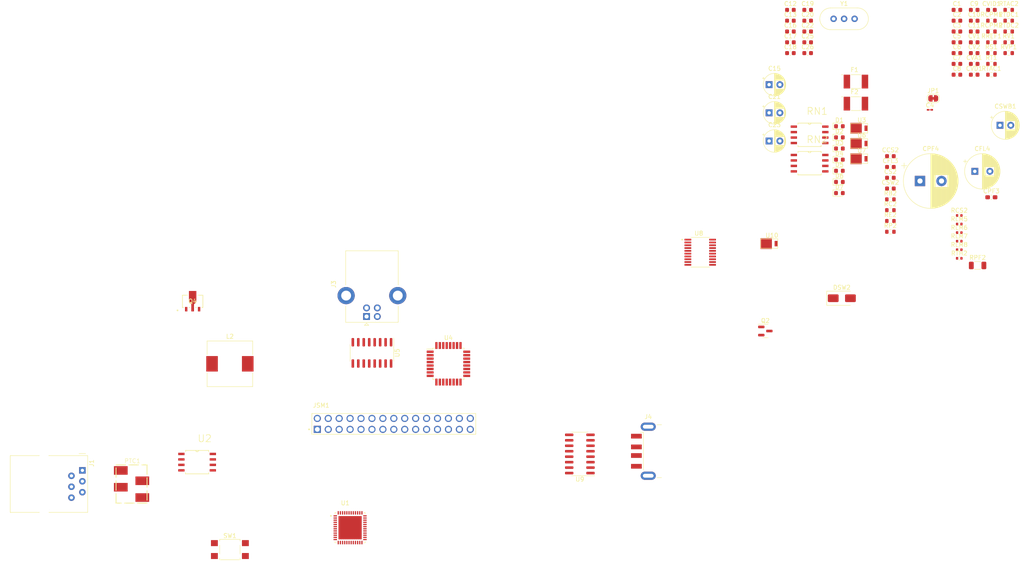
<source format=kicad_pcb>
(kicad_pcb (version 20221018) (generator pcbnew)
  (layers (0 "F.Cu" signal) (31 "B.Cu" signal) (34 "B.Paste" user) (35 "F.Paste" user) (36 "B.SilkS" user "B.Silkscreen") (37 "F.SilkS" user "F.Silkscreen") (38 "B.Mask" user) (39 "F.Mask" user) (44 "Edge.Cuts" user))
  (net 0 "")
  (net 1 "AGND")
  (net 2 "Net-(C2-Pad2)")
  (net 3 "Net-(C3-Pad2)")
  (net 4 "Net-(C4-Pad2)")
  (net 5 "VBAT")
  (net 6 "DGND")
  (net 7 "+3.3VA")
  (net 8 "Net-(U5-~{DTR})")
  (net 9 "/arduino_controller/RESET*")
  (net 10 "+5VL")
  (net 11 "Net-(U4-AREF)")
  (net 12 "+5V")
  (net 13 "+5VP")
  (net 14 "Net-(U9-~{DTR})")
  (net 15 "+3.3VP")
  (net 16 "SWISY")
  (net 17 "VBSENSE")
  (net 18 "Net-(CS2-Pad1)")
  (net 19 "SWOUTY")
  (net 20 "3.3V")
  (net 21 "Net-(D1-A)")
  (net 22 "Net-(D2-K)")
  (net 23 "Net-(D2-A)")
  (net 24 "Net-(D3-K)")
  (net 25 "Net-(D3-A)")
  (net 26 "PD4")
  (net 27 "Net-(D4-A)")
  (net 28 "Net-(D5-A)")
  (net 29 "PD5")
  (net 30 "Net-(D6-A)")
  (net 31 "Net-(D7-A)")
  (net 32 "Net-(DSW2-Pad1)")
  (net 33 "Net-(J3-VBUS)")
  (net 34 "Net-(J4-VBUS)")
  (net 35 "Net-(J1-Pad1)")
  (net 36 "Net-(J1-Pad2)")
  (net 37 "Net-(J3-D-)")
  (net 38 "Net-(J3-D+)")
  (net 39 "Net-(J4-D-)")
  (net 40 "Net-(J4-D+)")
  (net 41 "FS_5")
  (net 42 "DCLK_5")
  (net 43 "DXA_5")
  (net 44 "CS_N_5")
  (net 45 "DRA_5")
  (net 46 "DIN_5")
  (net 47 "PCLK_5")
  (net 48 "DOUT_5")
  (net 49 "PC0")
  (net 51 "PC1")
  (net 52 "PD2")
  (net 53 "ADC6")
  (net 54 "PD6")
  (net 55 "ADC7")
  (net 56 "PD7")
  (net 57 "Net-(L2-Pad2)")
  (net 59 "Net-(Q2-E)")
  (net 60 "Net-(Q2-C)")
  (net 61 "PB0")
  (net 62 "/arduino_controller/RUN")
  (net 63 "FS")
  (net 64 "DXA")
  (net 65 "DRA")
  (net 66 "PCLK")
  (net 67 "INT_N")
  (net 68 "DCLK")
  (net 69 "DIN")
  (net 70 "DOUT")
  (net 71 "CS_N")
  (net 72 "Net-(U4-XTAL1{slash}PB6)")
  (net 73 "Net-(U4-XTAL2{slash}PB7)")
  (net 90 "Net-(U2-G)")
  (net 91 "Net-(U1A-SWVSY)")
  (net 92 "Net-(U1A-TIPD1)")
  (net 93 "Net-(U1A-RINGD1)")
  (net 94 "Net-(U1B-DVDD1V2)")
  (net 95 "Net-(U1A-IHL1)")
  (net 96 "Net-(U1B-VREF)")
  (net 97 "Net-(U1A-LFC)")
  (net 98 "Net-(U1A-SWCMPY)")
  (net 99 "Net-(U1A-IREF)")
  (net 100 "Net-(U1A-I{slash}O1{slash}VS1)")
  (net 101 "Net-(U1A-RSN1)")
  (net 102 "Net-(U1A-RTV1)")
  (net 103 "Net-(U1A-RAC1)")
  (net 104 "Net-(U1A-TAC1)")
  (net 105 "Net-(U1A-RDC1)")
  (net 106 "Net-(U1A-TDC1)")
  (footprint "Capacitor_SMD:C_0603_1608Metric" (layer "F.Cu") (at 262.9775 19.34)
    (fp_text reference "C1" (at 0 -1.43) (layer "F.SilkS"))
    (fp_text value "0.1 uF/100V")
    (pad "1" smd roundrect (at -0.775 0) (size 0.9 0.95) (layers "F.Cu" "F.Paste" "F.Mask") (net 90 "Net-(U2-G)"))
    (pad "2" smd roundrect (at 0.775 0) (size 0.9 0.95) (layers "F.Cu" "F.Paste" "F.Mask") (net 1 "AGND"))
  )
  (footprint "Capacitor_SMD:C_0603_1608Metric" (layer "F.Cu") (at 228.2775 29.38)
    (fp_text reference "C26" (at 0 -1.43) (layer "F.SilkS"))
    (fp_text value "0.1uF")
    (pad "1" smd roundrect (at -0.775 0) (size 0.9 0.95) (layers "F.Cu" "F.Paste" "F.Mask") (net 6 "DGND"))
    (pad "2" smd roundrect (at 0.775 0) (size 0.9 0.95) (layers "F.Cu" "F.Paste" "F.Mask") (net 15 "+3.3VP"))
  )
  (footprint "my_lib:SOIC127P780X210-8N" (layer "F.Cu") (at 86.36 124.46)
    (fp_text reference "U2" (at 1.75467 -5.49289) (layer "F.SilkS") (effects (font (size 1.641937 1.641937))))
    (fp_text value "TISP61089BDR-S")
    (pad "1" smd rect (at -3.6576 -1.905) (size 1.4732 0.5588) (layers "F.Cu" "F.Paste" "F.Mask") (net 93 "Net-(U1A-RINGD1)"))
    (pad "2" smd rect (at -3.6576 -0.635) (size 1.4732 0.5588) (layers "F.Cu" "F.Paste" "F.Mask") (net 90 "Net-(U2-G)"))
    (pad "3" smd rect (at -3.6576 0.635) (size 1.4732 0.5588) (layers "F.Cu" "F.Paste" "F.Mask"))
    (pad "4" smd rect (at -3.6576 1.905) (size 1.4732 0.5588) (layers "F.Cu" "F.Paste" "F.Mask") (net 92 "Net-(U1A-TIPD1)"))
    (pad "5" smd rect (at 3.6576 1.905) (size 1.4732 0.5588) (layers "F.Cu" "F.Paste" "F.Mask") (net 92 "Net-(U1A-TIPD1)"))
    (pad "6" smd rect (at 3.6576 0.635) (size 1.4732 0.5588) (layers "F.Cu" "F.Paste" "F.Mask") (net 1 "AGND"))
    (pad "7" smd rect (at 3.6576 -0.635) (size 1.4732 0.5588) (layers "F.Cu" "F.Paste" "F.Mask") (net 1 "AGND"))
    (pad "8" smd rect (at 3.6576 -1.905) (size 1.4732 0.5588) (layers "F.Cu" "F.Paste" "F.Mask") (net 93 "Net-(U1A-RINGD1)"))
  )
  (footprint "my_lib:DO220AAL" (layer "F.Cu") (at 219.33 73.66)
    (fp_text reference "U10" (at 0.635125 -1.905375) (layer "F.SilkS") (effects (font (size 1.000197 1.000197))))
    (fp_text value "SS1P3L")
    (pad "P$1" smd rect (at -0.7 0 90) (size 2.54 2.667) (layers "F.Cu" "F.Paste" "F.Mask") (net 20 "3.3V"))
    (pad "P$2" smd rect (at 1.65 0 180) (size 0.762 1.27) (layers "F.Cu" "F.Paste" "F.Mask") (net 15 "+3.3VP"))
  )
  (footprint "Capacitor_SMD:C_0603_1608Metric" (layer "F.Cu") (at 262.9775 29.38)
    (fp_text reference "C6" (at 0 -1.43) (layer "F.SilkS"))
    (fp_text value "22 nF/100V")
    (pad "1" smd roundrect (at -0.775 0) (size 0.9 0.95) (layers "F.Cu" "F.Paste" "F.Mask") (net 1 "AGND"))
    (pad "2" smd roundrect (at 0.775 0) (size 0.9 0.95) (layers "F.Cu" "F.Paste" "F.Mask") (net 92 "Net-(U1A-TIPD1)"))
  )
  (footprint "Resistor_SMD:R_0402_1005Metric" (layer "F.Cu") (at 263.5175 71.11)
    (fp_text reference "RLM6" (at 0 -1.17) (layer "F.SilkS"))
    (fp_text value "1R0 1/16W")
    (pad "1" smd roundrect (at -0.51 0) (size 0.54 0.64) (layers "F.Cu" "F.Paste" "F.Mask") (net 57 "Net-(L2-Pad2)"))
    (pad "2" smd roundrect (at 0.51 0) (size 0.54 0.64) (layers "F.Cu" "F.Paste" "F.Mask") (net 6 "DGND"))
  )
  (footprint "Package_SO:SOIC-16_3.9x9.9mm_P1.27mm" (layer "F.Cu") (at 175.325 122.555 180)
    (fp_text reference "U9" (at 0 -5.9) (layer "F.SilkS"))
    (fp_text value "CH340C")
    (pad "1" smd roundrect (at -2.475 -4.445 180) (size 1.95 0.6) (layers "F.Cu" "F.Paste" "F.Mask") (net 6 "DGND"))
    (pad "2" smd roundrect (at -2.475 -3.175 180) (size 1.95 0.6) (layers "F.Cu" "F.Paste" "F.Mask") (net 29 "PD5"))
    (pad "3" smd roundrect (at -2.475 -1.905 180) (size 1.95 0.6) (layers "F.Cu" "F.Paste" "F.Mask") (net 26 "PD4"))
    (pad "4" smd roundrect (at -2.475 -0.635 180) (size 1.95 0.6) (layers "F.Cu" "F.Paste" "F.Mask") (net 15 "+3.3VP"))
    (pad "5" smd roundrect (at -2.475 0.635 180) (size 1.95 0.6) (layers "F.Cu" "F.Paste" "F.Mask") (net 40 "Net-(J4-D+)"))
    (pad "6" smd roundrect (at -2.475 1.905 180) (size 1.95 0.6) (layers "F.Cu" "F.Paste" "F.Mask") (net 39 "Net-(J4-D-)"))
    (pad "7" smd roundrect (at -2.475 3.175 180) (size 1.95 0.6) (layers "F.Cu" "F.Paste" "F.Mask"))
    (pad "8" smd roundrect (at -2.475 4.445 180) (size 1.95 0.6) (layers "F.Cu" "F.Paste" "F.Mask"))
    (pad "9" smd roundrect (at 2.475 4.445 180) (size 1.95 0.6) (layers "F.Cu" "F.Paste" "F.Mask"))
    (pad "10" smd roundrect (at 2.475 3.175 180) (size 1.95 0.6) (layers "F.Cu" "F.Paste" "F.Mask"))
    (pad "11" smd roundrect (at 2.475 1.905 180) (size 1.95 0.6) (layers "F.Cu" "F.Paste" "F.Mask"))
    (pad "12" smd roundrect (at 2.475 0.635 180) (size 1.95 0.6) (layers "F.Cu" "F.Paste" "F.Mask"))
    (pad "13" smd roundrect (at 2.475 -0.635 180) (size 1.95 0.6) (layers "F.Cu" "F.Paste" "F.Mask") (net 14 "Net-(U9-~{DTR})"))
    (pad "14" smd roundrect (at 2.475 -1.905 180) (size 1.95 0.6) (layers "F.Cu" "F.Paste" "F.Mask"))
    (pad "15" smd roundrect (at 2.475 -3.175 180) (size 1.95 0.6) (layers "F.Cu" "F.Paste" "F.Mask"))
    (pad "16" smd roundrect (at 2.475 -4.445 180) (size 1.95 0.6) (layers "F.Cu" "F.Paste" "F.Mask") (net 12 "+5V"))
  )
  (footprint "Connector_RJ:RJ12_Amphenol_54601" (layer "F.Cu") (at 59.69 126.37 -90)
    (fp_text reference "J1" (at -1.67 -2.16 90) (layer "F.SilkS"))
    (fp_text value "6P2C")
    (pad "" np_thru_hole circle (at -1.91 8.89 270) (size 3.25 3.25) (drill 3.25) (layers "*.Cu" "*.Mask"))
    (pad "" np_thru_hole circle (at 8.25 8.89 270) (size 3.25 3.25) (drill 3.25) (layers "*.Cu" "*.Mask"))
    (pad "1" thru_hole rect (at 0 0 270) (size 1.52 1.52) (drill 0.76) (layers "*.Cu" "*.Mask") (net 35 "Net-(J1-Pad1)"))
    (pad "2" thru_hole circle (at 1.27 2.54 270) (size 1.52 1.52) (drill 0.76) (layers "*.Cu" "*.Mask") (net 36 "Net-(J1-Pad2)"))
    (pad "3" thru_hole circle (at 2.54 0 270) (size 1.52 1.52) (drill 0.76) (layers "*.Cu" "*.Mask"))
    (pad "4" thru_hole circle (at 3.81 2.54 270) (size 1.52 1.52) (drill 0.76) (layers "*.Cu" "*.Mask"))
    (pad "5" thru_hole circle (at 5.08 0 270) (size 1.52 1.52) (drill 0.76) (layers "*.Cu" "*.Mask"))
    (pad "6" thru_hole circle (at 6.35 2.54 270) (size 1.52 1.52) (drill 0.76) (layers "*.Cu" "*.Mask"))
  )
  (footprint "Capacitor_SMD:C_0603_1608Metric" (layer "F.Cu") (at 262.9775 24.36)
    (fp_text reference "C3" (at 0 -1.43) (layer "F.SilkS"))
    (fp_text value "22 nF/100V")
    (pad "1" smd roundrect (at -0.775 0) (size 0.9 0.95) (layers "F.Cu" "F.Paste" "F.Mask") (net 92 "Net-(U1A-TIPD1)"))
    (pad "2" smd roundrect (at 0.775 0) (size 0.9 0.95) (layers "F.Cu" "F.Paste" "F.Mask") (net 3 "Net-(C3-Pad2)"))
  )
  (footprint "Resistor_SMD:R_0603_1608Metric" (layer "F.Cu") (at 270.9975 24.36)
    (fp_text reference "RCPM2" (at 0 -1.43) (layer "F.SilkS"))
    (fp_text value "1Meg 1%")
    (pad "1" smd roundrect (at -0.825 0) (size 0.8 0.95) (layers "F.Cu" "F.Paste" "F.Mask") (net 2 "Net-(C2-Pad2)"))
    (pad "2" smd roundrect (at 0.825 0) (size 0.8 0.95) (layers "F.Cu" "F.Paste" "F.Mask") (net 98 "Net-(U1A-SWCMPY)"))
  )
  (footprint "Resistor_SMD:R_0603_1608Metric" (layer "F.Cu") (at 270.9975 21.85)
    (fp_text reference "RCPM1" (at 0 -1.43) (layer "F.SilkS"))
    (fp_text value "1Meg 1%")
    (pad "1" smd roundrect (at -0.825 0) (size 0.8 0.95) (layers "F.Cu" "F.Paste" "F.Mask") (net 17 "VBSENSE"))
    (pad "2" smd roundrect (at 0.825 0) (size 0.8 0.95) (layers "F.Cu" "F.Paste" "F.Mask") (net 91 "Net-(U1A-SWVSY)"))
  )
  (footprint "Capacitor_SMD:C_0603_1608Metric" (layer "F.Cu") (at 224.2675 26.87)
    (fp_text reference "C17" (at 0 -1.43) (layer "F.SilkS"))
    (fp_text value "100nF")
    (pad "1" smd roundrect (at -0.775 0) (size 0.9 0.95) (layers "F.Cu" "F.Paste" "F.Mask") (net 6 "DGND"))
    (pad "2" smd roundrect (at 0.775 0) (size 0.9 0.95) (layers "F.Cu" "F.Paste" "F.Mask") (net 11 "Net-(U4-AREF)"))
  )
  (footprint "Inductor_SMD:L_10.4x10.4_H4.8" (layer "F.Cu") (at 93.98 101.6)
    (fp_text reference "L2" (at 0 -6.35) (layer "F.SilkS"))
    (fp_text value "47uH 1.5A")
    (pad "1" smd rect (at -4.15 0) (size 2.7 3.6) (layers "F.Cu" "F.Paste" "F.Mask") (net 32 "Net-(DSW2-Pad1)"))
    (pad "2" smd rect (at 4.15 0) (size 2.7 3.6) (layers "F.Cu" "F.Paste" "F.Mask") (net 57 "Net-(L2-Pad2)"))
  )
  (footprint "my_lib:ptc-4-mf-sd" (layer "F.Cu") (at 73.62 132.69)
    (fp_text reference "PTC1" (at -2.3 -8.5 unlocked) (layer "F.SilkS") (effects (font (thickness 0.1))))
    (fp_text value "MF-SD013")
    (pad "1" smd rect (at -5 -6.3) (size 3.2 2) (layers "F.Cu" "F.Paste" "F.Mask") (net 36 "Net-(J1-Pad2)"))
    (pad "2" smd rect (at 0 -3.9) (size 3.2 2) (layers "F.Cu" "F.Paste" "F.Mask") (net 93 "Net-(U1A-RINGD1)"))
    (pad "3" smd rect (at -5 -2.4) (size 3.2 2) (layers "F.Cu" "F.Paste" "F.Mask") (net 35 "Net-(J1-Pad1)"))
    (pad "4" smd rect (at 0 0) (size 3.2 2) (layers "F.Cu" "F.Paste" "F.Mask") (net 92 "Net-(U1A-TIPD1)"))
  )
  (footprint "Capacitor_SMD:C_0603_1608Metric" (layer "F.Cu") (at 224.2675 19.34)
    (fp_text reference "C12" (at 0 -1.43) (layer "F.SilkS"))
    (fp_text value "0.1uF")
    (pad "1" smd roundrect (at -0.775 0) (size 0.9 0.95) (layers "F.Cu" "F.Paste" "F.Mask") (net 6 "DGND"))
    (pad "2" smd roundrect (at 0.775 0) (size 0.9 0.95) (layers "F.Cu" "F.Paste" "F.Mask") (net 7 "+3.3VA"))
  )
  (footprint "Capacitor_SMD:C_0603_1608Metric" (layer "F.Cu") (at 262.9775 34.4)
    (fp_text reference "C8" (at 0 -1.43) (layer "F.SilkS"))
    (fp_text value "4.7 uF/8.3V")
    (pad "1" smd roundrect (at -0.775 0) (size 0.9 0.95) (layers "F.Cu" "F.Paste" "F.Mask") (net 95 "Net-(U1A-IHL1)"))
    (pad "2" smd roundrect (at 0.775 0) (size 0.9 0.95) (layers "F.Cu" "F.Paste" "F.Mask") (net 96 "Net-(U1B-VREF)"))
  )
  (footprint "Capacitor_SMD:C_0603_1608Metric" (layer "F.Cu") (at 228.2775 24.36)
    (fp_text reference "C22" (at 0 -1.43) (layer "F.SilkS"))
    (fp_text value "100nF")
    (pad "1" smd roundrect (at -0.775 0) (size 0.9 0.95) (layers "F.Cu" "F.Paste" "F.Mask") (net 6 "DGND"))
    (pad "2" smd roundrect (at 0.775 0) (size 0.9 0.95) (layers "F.Cu" "F.Paste" "F.Mask") (net 13 "+5VP"))
  )
  (footprint "Capacitor_SMD:C_0603_1608Metric" (layer "F.Cu") (at 266.9875 19.34)
    (fp_text reference "C9" (at 0 -1.43) (layer "F.SilkS"))
    (fp_text value "4.7 uF/8.3V")
    (pad "1" smd roundrect (at -0.775 0) (size 0.9 0.95) (layers "F.Cu" "F.Paste" "F.Mask") (net 97 "Net-(U1A-LFC)"))
    (pad "2" smd roundrect (at 0.775 0) (size 0.9 0.95) (layers "F.Cu" "F.Paste" "F.Mask") (net 1 "AGND"))
  )
  (footprint "Resistor_SMD:R_0402_1005Metric" (layer "F.Cu") (at 263.5175 69.12)
    (fp_text reference "RLM5" (at 0 -1.17) (layer "F.SilkS"))
    (fp_text value "1R0 1/16W")
    (pad "1" smd roundrect (at -0.51 0) (size 0.54 0.64) (layers "F.Cu" "F.Paste" "F.Mask") (net 57 "Net-(L2-Pad2)"))
    (pad "2" smd roundrect (at 0.51 0) (size 0.54 0.64) (layers "F.Cu" "F.Paste" "F.Mask") (net 6 "DGND"))
  )
  (footprint "Package_QFP:TQFP-32_7x7mm_P0.8mm" (layer "F.Cu") (at 144.78 101.6)
    (fp_text reference "U4" (at 0 -6.05) (layer "F.SilkS"))
    (fp_text value "ATmega328P-A")
    (pad "1" smd rect (at -4.25 -2.8) (size 1.6 0.55) (layers "F.Cu" "F.Paste" "F.Mask") (net 52 "PD2"))
    (pad "2" smd rect (at -4.25 -2) (size 1.6 0.55) (layers "F.Cu" "F.Paste" "F.Mask") (net 26 "PD4"))
    (pad "3" smd rect (at -4.25 -1.2) (size 1.6 0.55) (layers "F.Cu" "F.Paste" "F.Mask") (net 6 "DGND"))
    (pad "4" smd rect (at -4.25 -0.4) (size 1.6 0.55) (layers "F.Cu" "F.Paste" "F.Mask") (net 12 "+5V"))
    (pad "5" smd rect (at -4.25 0.4) (size 1.6 0.55) (layers "F.Cu" "F.Paste" "F.Mask") (net 6 "DGND"))
    (pad "6" smd rect (at -4.25 1.2) (size 1.6 0.55) (layers "F.Cu" "F.Paste" "F.Mask") (net 12 "+5V"))
    (pad "7" smd rect (at -4.25 2) (size 1.6 0.55) (layers "F.Cu" "F.Paste" "F.Mask") (net 72 "Net-(U4-XTAL1{slash}PB6)"))
    (pad "8" smd rect (at -4.25 2.8) (size 1.6 0.55) (layers "F.Cu" "F.Paste" "F.Mask") (net 73 "Net-(U4-XTAL2{slash}PB7)"))
    (pad "9" smd rect (at -2.8 4.25 90) (size 1.6 0.55) (layers "F.Cu" "F.Paste" "F.Mask") (net 29 "PD5"))
    (pad "10" smd rect (at -2 4.25 90) (size 1.6 0.55) (layers "F.Cu" "F.Paste" "F.Mask") (net 54 "PD6"))
    (pad "11" smd rect (at -1.2 4.25 90) (size 1.6 0.55) (layers "F.Cu" "F.Paste" "F.Mask") (net 56 "PD7"))
    (pad "12" smd rect (at -0.4 4.25 90) (size 1.6 0.55) (layers "F.Cu" "F.Paste" "F.Mask") (net 61 "PB0"))
    (pad "13" smd rect (at 0.4 4.25 90) (size 1.6 0.55) (layers "F.Cu" "F.Paste" "F.Mask") (net 62 "/arduino_controller/RUN"))
    (pad "14" smd rect (at 1.2 4.25 90) (size 1.6 0.55) (layers "F.Cu" "F.Paste" "F.Mask") (net 44 "CS_N_5"))
    (pad "15" smd rect (at 2 4.25 90) (size 1.6 0.55) (layers "F.Cu" "F.Paste" "F.Mask") (net 46 "DIN_5"))
    (pad "16" smd rect (at 2.8 4.25 90) (size 1.6 0.55) (layers "F.Cu" "F.Paste" "F.Mask") (net 48 "DOUT_5"))
    (pad "17" smd rect (at 4.25 2.8) (size 1.6 0.55) (layers "F.Cu" "F.Paste" "F.Mask") (net 42 "DCLK_5"))
    (pad "18" smd rect (at 4.25 2) (size 1.6 0.55) (layers "F.Cu" "F.Paste" "F.Mask") (net 12 "+5V"))
    (pad "19" smd rect (at 4.25 1.2) (size 1.6 0.55) (layers "F.Cu" "F.Paste" "F.Mask") (net 53 "ADC6"))
    (pad "20" smd rect (at 4.25 0.4) (size 1.6 0.55) (layers "F.Cu" "F.Paste" "F.Mask") (net 11 "Net-(U4-AREF)"))
    (pad "21" smd rect (at 4.25 -0.4) (size 1.6 0.55) (layers "F.Cu" "F.Paste" "F.Mask") (net 6 "DGND"))
    (pad "22" smd rect (at 4.25 -1.2) (size 1.6 0.55) (layers "F.Cu" "F.Paste" "F.Mask") (net 55 "ADC7"))
    (pad "23" smd rect (at 4.25 -2) (size 1.6 0.55) (layers "F.Cu" "F.Paste" "F.Mask") (net 49 "PC0"))
    (pad "24" smd rect (at 4.25 -2.8) (size 1.6 0.55) (layers "F.Cu" "F.Paste" "F.Mask") (net 51 "PC1"))
    (pad "25" smd rect (at 2.8 -4.25 90) (size 1.6 0.55) (layers "F.Cu" "F.Paste" "F.Mask") (net 41 "FS_5"))
    (pad "26" smd rect (at 2 -4.25 90) (size 1.6 0.55) (layers "F.Cu" "F.Paste" "F.Mask") (net 43 "DXA_5"))
    (pad "27" smd rect (at 1.2 -4.25 90) (size 1.6 0.55) (layers "F.Cu" "F.Paste" "F.Mask") (net 45 "DRA_5"))
    (pad "28" smd rect (at 0.4 -4.25 90) (size 1.6 0.55) (layers "F.Cu" "F.Paste" "F.Mask") (net 47 "PCLK_5"))
    (pad "29" smd rect (at -0.4 -4.25 90) (size 1.6 0.55) (layers "F.Cu" "F.Paste" "F.Mask") (net 9 "/arduino_controller/RESET*"))
    (pad "30" smd rect (at -1.2 -4.25 90) (size 1.6 0.55) (layers "F.Cu" "F.Paste" "F.Mask") (net 22 "Net-(D2-K)"))
    (pad "31" smd rect (at -2 -4.25 90) (size 1.6 0.55) (layers "F.Cu" "F.Paste" "F.Mask") (net 24 "Net-(D3-K)"))
    (pad "32" smd rect (at -2.8 -4.25 90) (size 1.6 0.55) (layers "F.Cu" "F.Paste" "F.Mask") (net 67 "INT_N"))
  )
  (footprint "Resistor_SMD:R_0603_1608Metric" (layer "F.Cu") (at 275.0075 26.87)
    (fp_text reference "RV1" (at 0 -1.43) (layer "F.SilkS"))
    (fp_text value "2R0 5%")
    (pad "1" smd roundrect (at -0.825 0) (size 0.8 0.95) (layers "F.Cu" "F.Paste" "F.Mask") (net 20 "3.3V"))
    (pad "2" smd roundrect (at 0.825 0) (size 0.8 0.95) (layers "F.Cu" "F.Paste" "F.Mask") (net 7 "+3.3VA"))
  )
  (footprint "Package_TO_SOT_SMD:SOT-23" (layer "F.Cu") (at 218.44 93.98)
    (fp_text reference "Q2" (at 0 -2.4) (layer "F.SilkS"))
    (fp_text value "MMBT3904")
    (pad "1" smd roundrect (at -0.9375 -0.95) (size 1.475 0.6) (layers "F.Cu" "F.Paste" "F.Mask"))
    (pad "2" smd roundrect (at -0.9375 0.95) (size 1.475 0.6) (layers "F.Cu" "F.Paste" "F.Mask") (net 59 "Net-(Q2-E)"))
    (pad "3" smd roundrect (at 0.9375 0) (size 1.475 0.6) (layers "F.Cu" "F.Paste" "F.Mask") (net 60 "Net-(Q2-C)"))
  )
  (footprint "Capacitor_SMD:C_0603_1608Metric" (layer "F.Cu") (at 224.2675 24.36)
    (fp_text reference "C16" (at 0 -1.43) (layer "F.SilkS"))
    (fp_text value "100nF")
    (pad "1" smd roundrect (at -0.775 0) (size 0.9 0.95) (layers "F.Cu" "F.Paste" "F.Mask") (net 6 "DGND"))
    (pad "2" smd roundrect (at 0.775 0) (size 0.9 0.95) (layers "F.Cu" "F.Paste" "F.Mask") (net 10 "+5VL"))
  )
  (footprint "Capacitor_SMD:C_0603_1608Metric" (layer "F.Cu") (at 266.9875 31.89)
    (fp_text reference "CVA1" (at 0 -1.43) (layer "F.SilkS"))
    (fp_text value "0.1uF/16V")
    (pad "1" smd roundrect (at -0.775 0) (size 0.9 0.95) (layers "F.Cu" "F.Paste" "F.Mask") (net 1 "AGND"))
    (pad "2" smd roundrect (at 0.775 0) (size 0.9 0.95) (layers "F.Cu" "F.Paste" "F.Mask") (net 7 "+3.3VA"))
  )
  (footprint "Package_SO:SOIC-16_3.9x9.9mm_P1.27mm" (layer "F.Cu") (at 127 99.06 -90)
    (fp_text reference "U5" (at 0 -5.9 90) (layer "F.SilkS"))
    (fp_text value "CH340C")
    (pad "1" smd roundrect (at -2.475 -4.445 270) (size 1.95 0.6) (layers "F.Cu" "F.Paste" "F.Mask") (net 6 "DGND"))
    (pad "2" smd roundrect (at -2.475 -3.175 270) (size 1.95 0.6) (layers "F.Cu" "F.Paste" "F.Mask") (net 22 "Net-(D2-K)"))
    (pad "3" smd roundrect (at -2.475 -1.905 270) (size 1.95 0.6) (layers "F.Cu" "F.Paste" "F.Mask") (net 24 "Net-(D3-K)"))
    (pad "4" smd roundrect (at -2.475 -0.635 270) (size 1.95 0.6) (layers "F.Cu" "F.Paste" "F.Mask") (net 7 "+3.3VA"))
    (pad "5" smd roundrect (at -2.475 0.635 270) (size 1.95 0.6) (layers "F.Cu" "F.Paste" "F.Mask") (net 38 "Net-(J3-D+)"))
    (pad "6" smd roundrect (at -2.475 1.905 270) (size 1.95 0.6) (layers "F.Cu" "F.Paste" "F.Mask") (net 37 "Net-(J3-D-)"))
    (pad "7" smd roundrect (at -2.475 3.175 270) (size 1.95 0.6) (layers "F.Cu" "F.Paste" "F.Mask"))
    (pad "8" smd roundrect (at -2.475 4.445 270) (size 1.95 0.6) (layers "F.Cu" "F.Paste" "F.Mask"))
    (pad "9" smd roundrect (at 2.475 4.445 270) (size 1.95 0.6) (layers "F.Cu" "F.Paste" "F.Mask"))
    (pad "10" smd roundrect (at 2.475 3.175 270) (size 1.95 0.6) (layers "F.Cu" "F.Paste" "F.Mask"))
    (pad "11" smd roundrect (at 2.475 1.905 270) (size 1.95 0.6) (layers "F.Cu" "F.Paste" "F.Mask"))
    (pad "12" smd roundrect (at 2.475 0.635 270) (size 1.95 0.6) (layers "F.Cu" "F.Paste" "F.Mask"))
    (pad "13" smd roundrect (at 2.475 -0.635 270) (size 1.95 0.6) (layers "F.Cu" "F.Paste" "F.Mask") (net 8 "Net-(U5-~{DTR})"))
    (pad "14" smd roundrect (at 2.475 -1.905 270) (size 1.95 0.6) (layers "F.Cu" "F.Paste" "F.Mask"))
    (pad "15" smd roundrect (at 2.475 -3.175 270) (size 1.95 0.6) (layers "F.Cu" "F.Paste" "F.Mask"))
    (pad "16" smd roundrect (at 2.475 -4.445 270) (size 1.95 0.6) (layers "F.Cu" "F.Paste" "F.Mask") (net 12 "+5V"))
  )
  (footprint "Resistor_SMD:R_1206_3216Metric" (layer "F.Cu") (at 267.7775 78.74)
    (fp_text reference "RPF2" (at 0 -1.82) (layer "F.SilkS"))
    (fp_text value "20R")
    (pad "1" smd roundrect (at -1.4625 0) (size 1.125 1.75) (layers "F.Cu" "F.Paste" "F.Mask") (roundrect_rratio 0.222222) (net 17 "VBSENSE"))
    (pad "2" smd roundrect (at 1.4625 0) (size 1.125 1.75) (layers "F.Cu" "F.Paste" "F.Mask") (roundrect_rratio 0.222222) (net 5 "VBAT"))
  )
  (footprint "LED_SMD:LED_0603_1608Metric" (layer "F.Cu") (at 235.6575 51.56)
    (fp_text reference "D3" (at 0 -1.43) (layer "F.SilkS"))
    (fp_text value "Green Tx")
    (pad "1" smd roundrect (at -0.7875 0) (size 0.875 0.95) (layers "F.Cu" "F.Paste" "F.Mask") (net 24 "Net-(D3-K)"))
    (pad "2" smd roundrect (at 0.7875 0) (size 0.875 0.95) (layers "F.Cu" "F.Paste" "F.Mask") (net 25 "Net-(D3-A)"))
  )
  (footprint "Capacitor_SMD:C_0603_1608Metric" (layer "F.Cu") (at 266.9875 21.85)
    (fp_text reference "C10" (at 0 -1.43) (layer "F.SilkS"))
    (fp_text value "4.7 uF/8.3V")
    (pad "1" smd roundrect (at -0.775 0) (size 0.9 0.95) (layers "F.Cu" "F.Paste" "F.Mask") (net 96 "Net-(U1B-VREF)"))
    (pad "2" smd roundrect (at 0.775 0) (size 0.9 0.95) (layers "F.Cu" "F.Paste" "F.Mask") (net 1 "AGND"))
  )
  (footprint "LED_SMD:LED_0603_1608Metric" (layer "F.Cu") (at 235.6575 54.15)
    (fp_text reference "D4" (at 0 -1.43) (layer "F.SilkS"))
    (fp_text value "Red Rx")
    (pad "1" smd roundrect (at -0.7875 0) (size 0.875 0.95) (layers "F.Cu" "F.Paste" "F.Mask") (net 26 "PD4"))
    (pad "2" smd roundrect (at 0.7875 0) (size 0.875 0.95) (layers "F.Cu" "F.Paste" "F.Mask") (net 27 "Net-(D4-A)"))
  )
  (footprint "Capacitor_SMD:C_0603_1608Metric" (layer "F.Cu") (at 262.9775 26.87)
    (fp_text reference "C5" (at 0 -1.43) (layer "F.SilkS"))
    (fp_text value "22 nF/100V")
    (pad "1" smd roundrect (at -0.775 0) (size 0.9 0.95) (layers "F.Cu" "F.Paste" "F.Mask") (net 93 "Net-(U1A-RINGD1)"))
    (pad "2" smd roundrect (at 0.775 0) (size 0.9 0.95) (layers "F.Cu" "F.Paste" "F.Mask") (net 1 "AGND"))
  )
  (footprint "my_lib:QFN50P700X700X90-49N" (layer "F.Cu") (at 121.92 139.7)
    (fp_text reference "U1" (at -1.135 -5.74) (layer "F.SilkS"))
    (fp_text value "LE9641PQC")
    (pad "1" smd roundrect (at -3.45 -2.75) (size 0.81 0.28) (layers "F.Cu" "F.Paste" "F.Mask") (roundrect_rratio 0.04) (net 101 "Net-(U1A-RSN1)"))
    (pad "2" smd roundrect (at -3.45 -2.25) (size 0.81 0.28) (layers "F.Cu" "F.Paste" "F.Mask") (roundrect_rratio 0.04) (net 7 "+3.3VA"))
    (pad "3" smd roundrect (at -3.45 -1.75) (size 0.81 0.28) (layers "F.Cu" "F.Paste" "F.Mask") (roundrect_rratio 0.04) (net 102 "Net-(U1A-RTV1)"))
    (pad "4" smd roundrect (at -3.45 -1.25) (size 0.81 0.28) (layers "F.Cu" "F.Paste" "F.Mask") (roundrect_rratio 0.04) (net 96 "Net-(U1B-VREF)"))
    (pad "5" smd roundrect (at -3.45 -0.75) (size 0.81 0.28) (layers "F.Cu" "F.Paste" "F.Mask") (roundrect_rratio 0.04) (net 95 "Net-(U1A-IHL1)"))
    (pad "6" smd roundrect (at -3.45 -0.25) (size 0.81 0.28) (layers "F.Cu" "F.Paste" "F.Mask") (roundrect_rratio 0.04) (net 104 "Net-(U1A-TAC1)"))
    (pad "7" smd roundrect (at -3.45 0.25) (size 0.81 0.28) (layers "F.Cu" "F.Paste" "F.Mask") (roundrect_rratio 0.04) (net 103 "Net-(U1A-RAC1)"))
    (pad "8" smd roundrect (at -3.45 0.75) (size 0.81 0.28) (layers "F.Cu" "F.Paste" "F.Mask") (roundrect_rratio 0.04) (net 106 "Net-(U1A-TDC1)"))
    (pad "9" smd roundrect (at -3.45 1.25) (size 0.81 0.28) (layers "F.Cu" "F.Paste" "F.Mask") (roundrect_rratio 0.04) (net 105 "Net-(U1A-RDC1)"))
    (pad "10" smd roundrect (at -3.45 1.75) (size 0.81 0.28) (layers "F.Cu" "F.Paste" "F.Mask") (roundrect_rratio 0.04) (net 97 "Net-(U1A-LFC)"))
    (pad "11" smd roundrect (at -3.45 2.25) (size 0.81 0.28) (layers "F.Cu" "F.Paste" "F.Mask") (roundrect_rratio 0.04) (net 91 "Net-(U1A-SWVSY)"))
    (pad "12" smd roundrect (at -3.45 2.75) (size 0.81 0.28) (layers "F.Cu" "F.Paste" "F.Mask") (roundrect_rratio 0.04) (net 98 "Net-(U1A-SWCMPY)"))
    (pad "13" smd roundrect (at -2.75 3.45 90) (size 0.81 0.28) (layers "F.Cu" "F.Paste" "F.Mask") (roundrect_rratio 0.04) (net 16 "SWISY"))
    (pad "14" smd roundrect (at -2.25 3.45 90) (size 0.81 0.28) (layers "F.Cu" "F.Paste" "F.Mask") (roundrect_rratio 0.04) (net 20 "3.3V"))
    (pad "15" smd roundrect (at -1.75 3.45 90) (size 0.81 0.28) (layers "F.Cu" "F.Paste" "F.Mask") (roundrect_rratio 0.04) (net 20 "3.3V"))
    (pad "16" smd roundrect (at -1.25 3.45 90) (size 0.81 0.28) (layers "F.Cu" "F.Paste" "F.Mask") (roundrect_rratio 0.04) (net 19 "SWOUTY"))
    (pad "17" smd roundrect (at -0.75 3.45 90) (size 0.81 0.28) (layers "F.Cu" "F.Paste" "F.Mask") (roundrect_rratio 0.04))
    (pad "18" smd roundrect (at -0.25 3.45 90) (size 0.81 0.28) (layers "F.Cu" "F.Paste" "F.Mask") (roundrect_rratio 0.04) (net 63 "FS"))
    (pad "19" smd roundrect (at 0.25 3.45 90) (size 0.81 0.28) (layers "F.Cu" "F.Paste" "F.Mask") (roundrect_rratio 0.04) (net 64 "DXA"))
    (pad "20" smd roundrect (at 0.75 3.45 90) (size 0.81 0.28) (layers "F.Cu" "F.Paste" "F.Mask") (roundrect_rratio 0.04) (net 65 "DRA"))
    (pad "21" smd roundrect (at 1.25 3.45 90) (size 0.81 0.28) (layers "F.Cu" "F.Paste" "F.Mask") (roundrect_rratio 0.04) (net 66 "PCLK"))
    (pad "22" smd roundrect (at 1.75 3.45 90) (size 0.81 0.28) (layers "F.Cu" "F.Paste" "F.Mask") (roundrect_rratio 0.04) (net 94 "Net-(U1B-DVDD1V2)"))
    (pad "23" smd roundrect (at 2.25 3.45 90) (size 0.81 0.28) (layers "F.Cu" "F.Paste" "F.Mask") (roundrect_rratio 0.04) (net 20 "3.3V"))
    (pad "24" smd roundrect (at 2.75 3.45 90) (size 0.81 0.28) (layers "F.Cu" "F.Paste" "F.Mask") (roundrect_rratio 0.04) (net 20 "3.3V"))
    (pad "25" smd roundrect (at 3.45 2.75) (size 0.81 0.28) (layers "F.Cu" "F.Paste" "F.Mask") (roundrect_rratio 0.04) (net 67 "INT_N"))
    (pad "26" smd roundrect (at 3.45 2.25) (size 0.81 0.28) (layers "F.Cu" "F.Paste" "F.Mask") (roundrect_rratio 0.04) (net 68 "DCLK"))
    (pad "27" smd roundrect (at 3.45 1.75) (size 0.81 0.28) (layers "F.Cu" "F.Paste" "F.Mask") (roundrect_rratio 0.04) (net 69 "DIN"))
    (pad "28" smd roundrect (at 3.45 1.25) (size 0.81 0.28) (layers "F.Cu" "F.Paste" "F.Mask") (roundrect_rratio 0.04) (net 70 "DOUT"))
    (pad "29" smd roundrect (at 3.45 0.75) (size 0.81 0.28) (layers "F.Cu" "F.Paste" "F.Mask") (roundrect_rratio 0.04) (net 71 "CS_N"))
    (pad "30" smd roundrect (at 3.45 0.25) (size 0.81 0.28) (layers "F.Cu" "F.Paste" "F.Mask") (roundrect_rratio 0.04))
    (pad "31" smd roundrect (at 3.45 -0.25) (size 0.81 0.28) (layers "F.Cu" "F.Paste" "F.Mask") (roundrect_rratio 0.04) (net 100 "Net-(U1A-I{slash}O1{slash}VS1)"))
    (pad "32" smd roundrect (at 3.45 -0.75) (size 0.81 0.28) (layers "F.Cu" "F.Paste" "F.Mask") (roundrect_rratio 0.04))
    (pad "33" smd roundrect (at 3.45 -1.25) (size 0.81 0.28) (layers "F.Cu" "F.Paste" "F.Mask") (roundrect_rratio 0.04) (net 99 "Net-(U1A-IREF)"))
    (pad "34" smd roundrect (at 3.45 -1.75) (size 0.81 0.28) (layers "F.Cu" "F.Paste" "F.Mask") (roundrect_rratio 0.04))
    (pad "35" smd roundrect (at 3.45 -2.25) (size 0.81 0.28) (layers "F.Cu" "F.Paste" "F.Mask") (roundrect_rratio 0.04) (net 7 "+3.3VA"))
    (pad "36" smd roundrect (at 3.45 -2.75) (size 0.81 0.28) (layers "F.Cu" "F.Paste" "F.Mask") (roundrect_rratio 0.04))
    (pad "37" smd roundrect (at 2.75 -3.45 90) (size 0.81 0.28) (layers "F.Cu" "F.Paste" "F.Mask") (roundrect_rratio 0.04))
    (pad "38" smd roundrect (at 2.25 -3.45 90) (size 0.81 0.28) (layers "F.Cu" "F.Paste" "F.Mask") (roundrect_rratio 0.04))
    (pad "39" smd roundrect (at 1.75 -3.45 90) (size 0.81 0.28) (layers "F.Cu" "F.Paste" "F.Mask") (roundrect_rratio 0.04))
    (pad "40" smd roundrect (at 1.25 -3.45 90) (size 0.81 0.28) (layers "F.Cu" "F.Paste" "F.Mask") (roundrect_rratio 0.04))
    (pad "41" smd roundrect (at 0.75 -3.45 90) (size 0.81 0.28) (layers "F.Cu" "F.Paste" "F.Mask") (roundrect_rratio 0.04))
    (pad "42" smd roundrect (at 0.25 -3.45 90) (size 0.81 0.28) (layers "F.Cu" "F.Paste" "F.Mask") (roundrect_rratio 0.04))
    (pad "43" smd roundrect (at -0.25 -3.45 90) (size 0.81 0.28) (layers "F.Cu" "F.Paste" "F.Mask") (roundrect_rratio 0.04))
    (pad "44" smd roundrect (at -0.75 -3.45 90) (size 0.81 0.28) (layers "F.Cu" "F.Paste" "F.Mask") (roundrect_rratio 0.04))
    (pad "45" smd roundrect (at -1.25 -3.45 90) (size 0.81 0.28) (layers "F.Cu" "F.Paste" "F.Mask") (roundrect_rratio 0.04) (net 93 "Net-(U1A-RINGD1)"))
    (pad "46" smd roundrect (at -1.75 -3.45 90) (size 0.81 0.28) (layers "F.Cu" "F.Paste" "F.Mask") (roundrect_rratio 0.04) (net 92 "Net-(U1A-TIPD1)"))
    (pad "47" smd roundrect (at -2.25 -3.45 90) (size 0.81 0.28) (layers "F.Cu" "F.Paste" "F.Mask") (roundrect_rratio 0.04))
    (pad "48" smd roundrect (at -2.75 -3.45 90) (size 0.81 0.28) (layers "F.Cu" "F.Paste" "F.Mask") (roundrect_rratio 0.04) (net 5 "VBAT"))
    (pad "49" smd rect (at 0 0) (size 5.4 5.4) (layers "F.Cu" "F.Mask") (net 1 "AGND"))
  )
  (footprint "Capacitor_SMD:C_0603_1608Metric" (layer "F.Cu") (at 266.9875 24.36)
    (fp_text reference "C11" (at 0 -1.43) (layer "F.SilkS"))
    (fp_text value "0.1 uF/16V")
    (pad "1" smd roundrect (at -0.775 0) (size 0.9 0.95) (layers "F.Cu" "F.Paste" "F.Mask") (net 1 "AGND"))
    (pad "2" smd roundrect (at 0.775 0) (size 0.9 0.95) (layers "F.Cu" "F.Paste" "F.Mask") (net 5 "VBAT"))
  )
  (footprint "my_lib:SOIC127P780X210-8N" (layer "F.Cu") (at 228.7267 54.967)
    (fp_text reference "RN2" (at 1.75467 -5.49289) (layer "F.SilkS") (effects (font (size 1.641937 1.641937))))
    (fp_text value "4*1K")
    (pad "1" smd rect (at -3.6576 -1.905) (size 1.4732 0.5588) (layers "F.Cu" "F.Paste" "F.Mask") (net 23 "Net-(D2-A)"))
    (pad "2" smd rect (at -3.6576 -0.635) (size 1.4732 0.5588) (layers "F.Cu" "F.Paste" "F.Mask") (net 25 "Net-(D3-A)"))
    (pad "3" smd rect (at -3.6576 0.635) (size 1.4732 0.5588) (layers "F.Cu" "F.Paste" "F.Mask") (net 30 "Net-(D6-A)"))
    (pad "4" smd rect (at -3.6576 1.905) (size 1.4732 0.5588) (layers "F.Cu" "F.Paste" "F.Mask") (net 27 "Net-(D4-A)"))
    (pad "5" smd rect (at 3.6576 1.905) (size 1.4732 0.5588) (layers "F.Cu" "F.Paste" "F.Mask") (net 12 "+5V"))
    (pad "6" smd rect (at 3.6576 0.635) (size 1.4732 0.5588) (layers "F.Cu" "F.Paste" "F.Mask") (net 12 "+5V"))
    (pad "7" smd rect (at 3.6576 -0.635) (size 1.4732 0.5588) (layers "F.Cu" "F.Paste" "F.Mask") (net 12 "+5V"))
    (pad "8" smd rect (at 3.6576 -1.905) (size 1.4732 0.5588) (layers "F.Cu" "F.Paste" "F.Mask") (net 12 "+5V"))
  )
  (footprint "Capacitor_SMD:C_0603_1608Metric" (layer "F.Cu") (at 228.2775 19.34)
    (fp_text reference "C19" (at 0 -1.43) (layer "F.SilkS"))
    (fp_text value "1uF")
    (pad "1" smd roundrect (at -0.775 0) (size 0.9 0.95) (layers "F.Cu" "F.Paste" "F.Mask") (net 6 "DGND"))
    (pad "2" smd roundrect (at 0.775 0) (size 0.9 0.95) (layers "F.Cu" "F.Paste" "F.Mask") (net 12 "+5V"))
  )
  (footprint "Resistor_SMD:R_0402_1005Metric" (layer "F.Cu") (at 263.5175 75.09)
    (fp_text reference "RLM8" (at 0 -1.17) (layer "F.SilkS"))
    (fp_text value "1R0 1/16W")
    (pad "1" smd roundrect (at -0.51 0) (size 0.54 0.64) (layers "F.Cu" "F.Paste" "F.Mask") (net 57 "Net-(L2-Pad2)"))
    (pad "2" smd roundrect (at 0.51 0) (size 0.54 0.64) (layers "F.Cu" "F.Paste" "F.Mask") (net 6 "DGND"))
  )
  (footprint "my_lib:SOP65P640X120-20N" (layer "F.Cu") (at 203.3025 75.67)
    (fp_text reference "U8" (at -0.325 -4.385) (layer "F.SilkS"))
    (fp_text value "TXS0108EPWRG4")
    (pad "1" smd roundrect (at -2.87 -2.925) (size 1.57 0.41) (layers "F.Cu" "F.Paste" "F.Mask") (roundrect_rratio 0.05) (net 68 "DCLK"))
    (pad "2" smd roundrect (at -2.87 -2.275) (size 1.57 0.41) (layers "F.Cu" "F.Paste" "F.Mask") (roundrect_rratio 0.05) (net 20 "3.3V"))
    (pad "3" smd roundrect (at -2.87 -1.625) (size 1.57 0.41) (layers "F.Cu" "F.Paste" "F.Mask") (roundrect_rratio 0.05) (net 71 "CS_N"))
    (pad "4" smd roundrect (at -2.87 -0.975) (size 1.57 0.41) (layers "F.Cu" "F.Paste" "F.Mask") (roundrect_rratio 0.05) (net 69 "DIN"))
    (pad "5" smd roundrect (at -2.87 -0.325) (size 1.57 0.41) (layers "F.Cu" "F.Paste" "F.Mask") (roundrect_rratio 0.05) (net 70 "DOUT"))
    (pad "6" smd roundrect (at -2.87 0.325) (size 1.57 0.41) (layers "F.Cu" "F.Paste" "F.Mask") (roundrect_rratio 0.05) (net 63 "FS"))
    (pad "7" smd roundrect (at -2.87 0.975) (size 1.57 0.41) (layers "F.Cu" "F.Paste" "F.Mask") (roundrect_rratio 0.05) (net 64 "DXA"))
    (pad "8" smd roundrect (at -2.87 1.625) (size 1.57 0.41) (layers "F.Cu" "F.Paste" "F.Mask") (roundrect_rratio 0.05) (net 65 "DRA"))
    (pad "9" smd roundrect (at -2.87 2.275) (size 1.57 0.41) (layers "F.Cu" "F.Paste" "F.Mask") (roundrect_rratio 0.05) (net 66 "PCLK"))
    (pad "10" smd roundrect (at -2.87 2.925) (size 1.57 0.41) (layers "F.Cu" "F.Paste" "F.Mask") (roundrect_rratio 0.05) (net 20 "3.3V"))
    (pad "11" smd roundrect (at 2.87 2.925) (size 1.57 0.41) (layers "F.Cu" "F.Paste" "F.Mask") (roundrect_rratio 0.05) (net 6 "DGND"))
    (pad "12" smd roundrect (at 2.87 2.275) (size 1.57 0.41) (layers "F.Cu" "F.Paste" "F.Mask") (roundrect_rratio 0.05) (net 47 "PCLK_5"))
    (pad "13" smd roundrect (at 2.87 1.625) (size 1.57 0.41) (layers "F.Cu" "F.Paste" "F.Mask") (roundrect_rratio 0.05) (net 45 "DRA_5"))
    (pad "14" smd roundrect (at 2.87 0.975) (size 1.57 0.41) (layers "F.Cu" "F.Paste" "F.Mask") (roundrect_rratio 0.05) (net 43 "DXA_5"))
    (pad "15" smd roundrect (at 2.87 0.325) (size 1.57 0.41) (layers "F.Cu" "F.Paste" "F.Mask") (roundrect_rratio 0.05) (net 41 "FS_5"))
    (pad "16" smd roundrect (at 2.87 -0.325) (size 1.57 0.41) (layers "F.Cu" "F.Paste" "F.Mask") (roundrect_rratio 0.05) (net 48 "DOUT_5"))
    (pad "17" smd roundrect (at 2.87 -0.975) (size 1.57 0.41) (layers "F.Cu" "F.Paste" "F.Mask") (roundrect_rratio 0.05) (net 46 "DIN_5"))
    (pad "18" smd roundrect (at 2.87 -1.625) (size 1.57 0.41) (layers "F.Cu" "F.Paste" "F.Mask") (roundrect_rratio 0.05) (net 44 "CS_N_5"))
    (pad "19" smd roundrect (at 2.87 -2.275) (size 1.57 0.41) (layers "F.Cu" "F.Paste" "F.Mask") (roundrect_rratio 0.05) (net 12 "+5V"))
    (pad "20" smd roundrect (at 2.87 -2.925) (size 1.57 0.41) (layers "F.Cu" "F.Paste" "F.Mask") (roundrect_rratio 0.05) (net 42 "DCLK_5"))
  )
  (footprint "Resistor_SMD:R_0603_1608Metric" (layer "F.Cu") (at 275.0075 19.34)
    (fp_text reference "RTAC2" (at 0 -1.43) (layer "F.SilkS"))
    (fp_text value "10K 1%")
    (pad "1" smd roundrect (at -0.825 0) (size 0.8 0.95) (layers "F.Cu" "F.Paste" "F.Mask") (net 4 "Net-(C4-Pad2)"))
    (pad "2" smd roundrect (at 0.825 0) (size 0.8 0.95) (layers "F.Cu" "F.Paste" "F.Mask") (net 104 "Net-(U1A-TAC1)"))
  )
  (footprint "Capacitor_SMD:C_0201_0603Metric_Pad0.64x0.40mm_HandSolder" (layer "F.Cu") (at 256.6975 42.56)
    (fp_text reference "C4" (at 0 -1.05) (layer "F.SilkS"))
    (fp_text value "22 nF/100V")
    (pad "1" smd roundrect (at -0.4075 0) (size 0.635 0.4) (layers "F.Cu" "F.Mask") (net 93 "Net-(U1A-RINGD1)"))
    (pad "2" smd roundrect (at 0.4075 0) (size 0.635 0.4) (layers "F.Cu" "F.Mask") (net 4 "Net-(C4-Pad2)"))
  )
  (footprint "Capacitor_SMD:C_0603_1608Metric" (layer "F.Cu") (at 224.2675 21.85)
    (fp_text reference "C13" (at 0 -1.43) (layer "F.SilkS"))
    (fp_text value "0.1uF")
    (pad "1" smd roundrect (at -0.775 0) (size 0.9 0.95) (layers "F.Cu" "F.Paste" "F.Mask") (net 8 "Net-(U5-~{DTR})"))
    (pad "2" smd roundrect (at 0.775 0) (size 0.9 0.95) (layers "F.Cu" "F.Paste" "F.Mask") (net 9 "/arduino_controller/RESET*"))
  )
  (footprint "Capacitor_SMD:C_0603_1608Metric" (layer "F.Cu") (at 224.2675 29.38)
    (fp_text reference "C18" (at 0 -1.43) (layer "F.SilkS"))
    (fp_text value "1uF")
    (pad "1" smd roundrect (at -0.775 0) (size 0.9 0.95) (layers "F.Cu" "F.Paste" "F.Mask") (net 6 "DGND"))
    (pad "2" smd roundrect (at 0.775 0) (size 0.9 0.95) (layers "F.Cu" "F.Paste" "F.Mask") (net 12 "+5V"))
  )
  (footprint "Capacitor_SMD:C_0603_1608Metric" (layer "F.Cu") (at 266.9875 34.4)
    (fp_text reference "CVD1" (at 0 -1.43) (layer "F.SilkS"))
    (fp_text value "0.01uF/16V")
    (pad "1" smd roundrect (at -0.775 0) (size 0.9 0.95) (layers "F.Cu" "F.Paste" "F.Mask") (net 1 "AGND"))
    (pad "2" smd roundrect (at 0.775 0) (size 0.9 0.95) (layers "F.Cu" "F.Paste" "F.Mask") (net 20 "3.3V"))
  )
  (footprint "Resistor_SMD:R_0603_1608Metric" (layer "F.Cu") (at 270.9975 31.89)
    (fp_text reference "RT1" (at 0 -1.43) (layer "F.SilkS"))
    (fp_text value "47.5K 1%")
    (pad "1" smd roundrect (at -0.825 0) (size 0.8 0.95) (layers "F.Cu" "F.Paste" "F.Mask") (net 101 "Net-(U1A-RSN1)"))
    (pad "2" smd roundrect (at 0.825 0) (size 0.8 0.95) (layers "F.Cu" "F.Paste" "F.Mask") (net 102 "Net-(U1A-RTV1)"))
  )
  (footprint "my_lib:FUSM4632X85" (layer "F.Cu") (at 239.496 35.9985)
    (fp_text reference "F1" (at -0.325475 -2.738945) (layer "F.SilkS") (effects (font (size 1.001441 1.001441))))
    (fp_text value "MF-MSMF050-2")
    (pad "1" smd rect (at -2.1 0) (size 1.5 3.2) (layers "F.Cu" "F.Paste" "F.Mask") (net 33 "Net-(J3-VBUS)"))
    (pad "2" smd rect (at 2.1 0) (size 1.5 3.2) (layers "F.Cu" "F.Paste" "F.Mask") (net 10 "+5VL"))
  )
  (footprint "Resistor_SMD:R_0603_1608Metric" (layer "F.Cu") (at 247.5075 70.91)
    (fp_text reference "RP2" (at 0 -1.43) (layer "F.SilkS"))
    (fp_text value "10K")
    (pad "1" smd roundrect (at -0.825 0) (size 0.8 0.95) (layers "F.Cu" "F.Paste" "F.Mask") (net 20 "3.3V"))
    (pad "2" smd roundrect (at 0.825 0) (size 0.8 0.95) (layers "F.Cu" "F.Paste" "F.Mask") (net 19 "SWOUTY"))
  )
  (footprint "Button_Switch_SMD:SW_SPST_TL3305A" (layer "F.Cu") (at 93.98 144.78)
    (fp_text reference "SW1" (at 0 -3.2) (layer "F.SilkS"))
    (fp_text value "SW_Push")
    (pad "1" smd rect (at -3.6 -1.5) (size 1.6 1.4) (layers "F.Cu" "F.Paste" "F.Mask") (net 9 "/arduino_controller/RESET*"))
    (pad "1" smd rect (at 3.6 -1.5) (size 1.6 1.4) (layers "F.Cu" "F.Paste" "F.Mask") (net 9 "/arduino_controller/RESET*"))
    (pad "2" smd rect (at -3.6 1.5) (size 1.6 1.4) (layers "F.Cu" "F.Paste" "F.Mask") (net 6 "DGND"))
    (pad "2" smd rect (at 3.6 1.5) (size 1.6 1.4) (layers "F.Cu" "F.Paste" "F.Mask") (net 6 "DGND"))
  )
  (footprint "Resistor_SMD:R_0603_1608Metric" (layer "F.Cu") (at 275.0075 21.85)
    (fp_text reference "RTDC1" (at 0 -1.43) (layer "F.SilkS"))
    (fp_text value "1Meg 1%")
    (pad "1" smd roundrect (at -0.825 0) (size 0.8 0.95) (layers "F.Cu" "F.Paste" "F.Mask") (net 35 "Net-(J1-Pad1)"))
    (pad "2" smd roundrect (at 0.825 0) (size 0.8 0.95) (layers "F.Cu" "F.Paste" "F.Mask") (net 105 "Net-(U1A-RDC1)"))
  )
  (footprint "Resistor_SMD:R_0603_1608Metric" (layer "F.Cu") (at 270.9975 29.38)
    (fp_text reference "RS1" (at 0 -1.43) (layer "F.SilkS"))
    (fp_text value "1Meg 1%")
    (pad "1" smd roundrect (at -0.825 0) (size 0.8 0.95) (layers "F.Cu" "F.Paste" "F.Mask") (net 100 "Net-(U1A-I{slash}O1{slash}VS1)"))
    (pad "2" smd roundrect (at 0.825 0) (size 0.8 0.95) (layers "F.Cu" "F.Paste" "F.Mask") (net 12 "+5V"))
  )
  (footprint "my_lib:DO220AAL" (layer "F.Cu") (at 240.226 53.935)
    (fp_text reference "U7" (at 0.635125 -1.905375) (layer "F.SilkS") (effects (font (size 1.000197 1.000197))))
    (fp_text value "SS1P3L")
    (pad "P$1" smd rect (at -0.7 0 90) (size 2.54 2.667) (layers "F.Cu" "F.Paste" "F.Mask") (net 20 "3.3V"))
    (pad "P$2" smd rect (at 1.65 0 180) (size 0.762 1.27) (layers "F.Cu" "F.Paste" "F.Mask") (net 7 "+3.3VA"))
  )
  (footprint "my_lib:DO220AAL" (layer "F.Cu") (at 240.226 50.395)
    (fp_text reference "U6" (at 0.635125 -1.905375) (layer "F.SilkS") (effects (font (size 1.000197 1.000197))))
    (fp_text value "SS1P3L")
    (pad "P$1" smd rect (at -0.7 0 90) (size 2.54 2.667) (layers "F.Cu" "F.Paste" "F.Mask") (net 12 "+5V"))
    (pad "P$2" smd rect (at 1.65 0 180) (size 0.762 1.27) (layers "F.Cu" "F.Paste" "F.Mask") (net 10 "+5VL"))
  )
  (footprint "Resistor_SMD:R_0402_1005Metric" (layer "F.Cu") (at 263.5175 77.08)
    (fp_text reference "RTH2" (at 0 -1.17) (layer "F.SilkS"))
    (fp_text value "1K")
    (pad "1" smd roundrect (at -0.51 0) (size 0.54 0.64) (layers "F.Cu" "F.Paste" "F.Mask") (net 16 "SWISY"))
    (pad "2" smd roundrect (at 0.51 0) (size 0.54 0.64) (layers "F.Cu" "F.Paste" "F.Mask") (net 6 "DGND"))
  )
  (footprint "Capacitor_SMD:C_0603_1608Metric" (layer "F.Cu") (at 262.9775 31.89)
    (fp_text reference "C7" (at 0 -1.43) (layer "F.SilkS"))
    (fp_text value "0.1 uF/16V")
    (pad "1" smd roundrect (at -0.775 0) (size 0.9 0.95) (layers "F.Cu" "F.Paste" "F.Mask") (net 1 "AGND"))
    (pad "2" smd roundrect (at 0.775 0) (size 0.9 0.95) (layers "F.Cu" "F.Paste" "F.Mask") (net 94 "Net-(U1B-DVDD1V2)"))
  )
  (footprint "Capacitor_THT:CP_Radial_D5.0mm_P2.50mm" (layer "F.Cu") (at 219.317275 36.71)
    (fp_text reference "C15" (at 1.25 -3.75) (layer "F.SilkS"))
    (fp_text value "10uF_16V")
    (pad "1" thru_hole rect (at 0 0) (size 1.6 1.6) (drill 0.8) (layers "*.Cu" "*.Mask") (net 10 "+5VL"))
    (pad "2" thru_hole circle (at 2.5 0) (size 1.6 1.6) (drill 0.8) (layers "*.Cu" "*.Mask") (net 6 "DGND"))
  )
  (footprint "Resistor_SMD:R_0603_1608Metric" (layer "F.Cu") (at 270.9975 34.4)
    (fp_text reference "RTAC1" (at 0 -1.43) (layer "F.SilkS"))
    (fp_text value "10K 1%")
    (pad "1" smd roundrect (at -0.825 0) (size 0.8 0.95) (layers "F.Cu" "F.Paste" "F.Mask") (net 3 "Net-(C3-Pad2)"))
    (pad "2" smd roundrect (at 0.825 0) (size 0.8 0.95) (layers "F.Cu" "F.Paste" "F.Mask") (net 103 "Net-(U1A-RAC1)"))
  )
  (footprint "Capacitor_SMD:C_0603_1608Metric" (layer "F.Cu") (at 247.5075 60.87)
    (fp_text reference "CSW2" (at 0 -1.43) (layer "F.SilkS"))
    (fp_text value "10uF/25V")
    (pad "1" smd roundrect (at -0.775 0) (size 0.9 0.95) (layers "F.Cu" "F.Paste" "F.Mask") (net 12 "+5V"))
    (pad "2" smd roundrect (at 0.775 0) (size 0.9 0.95) (layers "F.Cu" "F.Paste" "F.Mask") (net 1 "AGND"))
  )
  (footprint "my_lib:DO220AAL" (layer "F.Cu") (at 240.226 46.855)
    (fp_text reference "U3" (at 0.635125 -1.905375) (layer "F.SilkS") (effects (font (size 1.000197 1.000197))))
    (fp_text value "SS1P3L")
    (pad "P$1" smd rect (at -0.7 0 90) (size 2.54 2.667) (layers "F.Cu" "F.Paste" "F.Mask") (net 12 "+5V"))
    (pad "P$2" smd rect (at 1.65 0 180) (size 0.762 1.27) (layers "F.Cu" "F.Paste" "F.Mask") (net 13 "+5VP"))
  )
  (footprint "my_lib:AMPHENOL_77313-101-30LF" (layer "F.Cu") (at 132.08 115.57)
    (fp_text reference "JSM1" (at -16.875 -4.3) (layer "F.SilkS"))
    (fp_text value "77313-101-30LF")
    (pad "01" thru_hole rect (at -17.78 1.27) (size 1.65 1.65) (drill 1.1) (layers "*.Cu" "*.Mask") (net 20 "3.3V"))
    (pad "02" thru_hole circle (at -17.78 -1.27) (size 1.65 1.65) (drill 1.1) (layers "*.Cu" "*.Mask") (net 20 "3.3V"))
    (pad "03" thru_hole circle (at -15.24 1.27) (size 1.65 1.65) (drill 1.1) (layers "*.Cu" "*.Mask") (net 41 "FS_5"))
    (pad "04" thru_hole circle (at -15.24 -1.27) (size 1.65 1.65) (drill 1.1) (layers "*.Cu" "*.Mask") (net 42 "DCLK_5"))
    (pad "05" thru_hole circle (at -12.7 1.27) (size 1.65 1.65) (drill 1.1) (layers "*.Cu" "*.Mask") (net 6 "DGND"))
    (pad "06" thru_hole circle (at -12.7 -1.27) (size 1.65 1.65) (drill 1.1) (layers "*.Cu" "*.Mask") (net 6 "DGND"))
    (pad "07" thru_hole circle (at -10.16 1.27) (size 1.65 1.65) (drill 1.1) (layers "*.Cu" "*.Mask") (net 43 "DXA_5"))
    (pad "08" thru_hole circle (at -10.16 -1.27) (size 1.65 1.65) (drill 1.1) (layers "*.Cu" "*.Mask") (net 44 "CS_N_5"))
    (pad "09" thru_hole circle (at -7.62 1.27) (size 1.65 1.65) (drill 1.1) (layers "*.Cu" "*.Mask") (net 6 "DGND"))
    (pad "10" thru_hole circle (at -7.62 -1.27) (size 1.65 1.65) (drill 1.1) (layers "*.Cu" "*.Mask") (net 6 "DGND"))
    (pad "11" thru_hole circle (at -5.08 1.27) (size 1.65 1.65) (drill 1.1) (layers "*.Cu" "*.Mask") (net 45 "DRA_5"))
    (pad "12" thru_hole circle (at -5.08 -1.27) (size 1.65 1.65) (drill 1.1) (layers "*.Cu" "*.Mask") (net 46 "DIN_5"))
    (pad "13" thru_hole circle (at -2.54 1.27) (size 1.65 1.65) (drill 1.1) (layers "*.Cu" "*.Mask") (net 6 "DGND"))
    (pad "14" thru_hole circle (at -2.54 -1.27) (size 1.65 1.65) (drill 1.1) (layers "*.Cu" "*.Mask") (net 6 "DGND"))
    (pad "15" thru_hole circle (at 0 1.27) (size 1.65 1.65) (drill 1.1) (layers "*.Cu" "*.Mask") (net 47 "PCLK_5"))
    (pad "16" thru_hole circle (at 0 -1.27) (size 1.65 1.65) (drill 1.1) (layers "*.Cu" "*.Mask") (net 48 "DOUT_5"))
    (pad "17" thru_hole circle (at 2.54 1.27) (size 1.65 1.65) (drill 1.1) (layers "*.Cu" "*.Mask") (net 6 "DGND"))
    (pad "18" thru_hole circle (at 2.54 -1.27) (size 1.65 1.65) (drill 1.1) (layers "*.Cu" "*.Mask") (net 6 "DGND"))
    (pad "19" thru_hole circle (at 5.08 1.27) (size 1.65 1.65) (drill 1.1) (layers "*.Cu" "*.Mask") (net 49 "PC0"))
    (pad "20" thru_hole circle (at 5.08 -1.27) (size 1.65 1.65) (drill 1.1) (layers "*.Cu" "*.Mask"))
    (pad "21" thru_hole circle (at 7.62 1.27) (size 1.65 1.65) (drill 1.1) (layers "*.Cu" "*.Mask") (net 51 "PC1"))
    (pad "22" thru_hole circle (at 7.62 -1.27) (size 1.65 1.65) (drill 1.1) (layers "*.Cu" "*.Mask") (net 52 "PD2"))
    (pad "23" thru_hole circle (at 10.16 1.27) (size 1.65 1.65) (drill 1.1) (layers "*.Cu" "*.Mask") (net 53 "ADC6"))
    (pad "24" thru_hole circle (at 10.16 -1.27) (size 1.65 1.65) (drill 1.1) (layers "*.Cu" "*.Mask") (net 54 "PD6"))
    (pad "25" thru_hole circle (at 12.7 1.27) (size 1.65 1.65) (drill 1.1) (layers "*.Cu" "*.Mask") (net 55 "ADC7"))
    (pad "26" thru_hole circle (at 12.7 -1.27) (size 1.65 1.65) (drill 1.1) (layers "*.Cu" "*.Mask") (net 56 "PD7"))
    (pad "27" thru_hole circle (at 15.24 1.27) (size 1.65 1.65) (drill 1.1) (layers "*.Cu" "*.Mask") (net 6 "DGND"))
    (pad "28" thru_hole circle (at 15.24 -1.27) (size 1.65 1.65) (drill 1.1) (layers "*.Cu" "*.Mask") (net 6 "DGND"))
    (pad "29" thru_hole circle (at 17.78 1.27) (size 1.65 1.65) (drill 1.1) (layers "*.Cu" "*.Mask") (net 12 "+5V"))
    (pad "30" thru_hole circle (at 17.78 -1.27) (size 1.65 1.65) (drill 1.1) (layers "*.Cu" "*.Mask") (net 12 "+5V"))
  )
  (footprint "Capacitor_SMD:C_0603_1608Metric_Pad1.08x0.95mm_HandSolder" (layer "F.Cu") (at 270.9775 62.89)
    (fp_text reference "CPF3" (at 0 -1.43) (layer "F.SilkS"))
    (fp_text value "0.1uF/100V")
    (pad "1" smd roundrect (at -0.8625 0) (size 1.075 0.95) (layers "F.Cu" "F.Paste" "F.Mask") (net 5 "VBAT"))
    (pad "2" smd roundrect (at 0.8625 0) (size 1.075 0.95) (layers "F.Cu" "F.Paste" "F.Mask") (net 6 "DGND"))
  )
  (footprint "Capacitor_SMD:C_0603_1608Metric" (layer "F.Cu") (at 266.9875 29.38)
    (fp_text reference "CV2" (at 0 -1.43) (layer "F.SilkS"))
    (fp_text value "1uF/8.3V")
    (pad "1" smd roundrect (at -0.775 0) (size 0.9 0.95) (layers "F.Cu" "F.Paste" "F.Mask") (net 1 "AGND"))
    (pad "2" smd roundrect (at 0.775 0) (size 0.9 0.95) (layers "F.Cu" "F.Paste" "F.Mask") (net 7 "+3.3VA"))
  )
  (footprint "Resistor_SMD:R_0603_1608Metric" (layer "F.Cu") (at 275.0075 24.36)
    (fp_text reference "RTDC2" (at 0 -1.43) (layer "F.SilkS"))
    (fp_text value "1Meg 1%")
    (pad "1" smd roundrect (at -0.825 0) (size 0.8 0.95) (layers "F.Cu" "F.Paste" "F.Mask") (net 36 "Net-(J1-Pad2)"))
    (pad "2" smd roundrect (at 0.825 0) (size 0.8 0.95) (layers "F.Cu" "F.Paste" "F.Mask") (net 106 "Net-(U1A-TDC1)"))
  )
  (footprint "Resistor_SMD:R_0402_1005Metric" (layer "F.Cu") (at 263.5175 73.1)
    (fp_text reference "RLM7" (at 0 -1.17) (layer "F.SilkS"))
    (fp_text value "1R0 1/16W")
    (pad "1" smd roundrect (at -0.51 0) (size 0.54 0.64) (layers "F.Cu" "F.Paste" "F.Mask") (net 57 "Net-(L2-Pad2)"))
    (pad "2" smd roundrect (at 0.51 0) (size 0.54 0.64) (layers "F.Cu" "F.Paste" "F.Mask") (net 6 "DGND"))
  )
  (footprint "Resistor_SMD:R_0603_1608Metric" (layer "F.Cu") (at 275.0075 29.38)
    (fp_text reference "RVP1" (at 0 -1.43) (layer "F.SilkS"))
    (fp_text value "0")
    (pad "1" smd roundrect (at -0.825 0) (size 0.8 0.95) (layers "F.Cu" "F.Paste" "F.Mask") (net 5 "VBAT"))
    (pad "2" smd roundrect (at 0.825 0) (size 0.8 0.95) (layers "F.Cu" "F.Paste" "F.Mask") (net 90 "Net-(U2-G)"))
  )
  (footprint "Capacitor_THT:CP_Radial_D5.0mm_P2.50mm" (layer "F.Cu") (at 219.317275 49.81)
    (fp_text reference "C23" (at 1.25 -3.75) (layer "F.SilkS"))
    (fp_text value "10uF_16V")
    (pad "1" thru_hole rect (at 0 0) (size 1.6 1.6) (drill 0.8) (layers "*.Cu" "*.Mask") (net 13 "+5VP"))
    (pad "2" thru_hole circle (at 2.5 0) (size 1.6 1.6) (drill 0.8) (layers "*.Cu" "*.Mask") (net 6 "DGND"))
  )
  (footprint "Capacitor_SMD:C_0603_1608Metric" (layer "F.Cu") (at 247.5075 55.85)
    (fp_text reference "CFL3" (at 0 -1.43) (layer "F.SilkS"))
    (fp_text value "0.1uF/100V")
    (pad "1" smd roundrect (at -0.775 0) (size 0.9 0.95) (layers "F.Cu" "F.Paste" "F.Mask") (net 17 "VBSENSE"))
    (pad "2" smd roundrect (at 0.775 0) (size 0.9 0.95) (layers "F.Cu" "F.Paste" "F.Mask") (net 6 "DGND"))
  )
  (footprint "LED_SMD:LED_0603_1608Metric" (layer "F.Cu") (at 235.6575 56.74)
    (fp_text reference "D5" (at 0 -1.43) (layer "F.SilkS"))
    (fp_text value "RUN Blue")
    (pad "1" smd roundrect (at -0.7875 0) (size 0.875 0.95) (layers "F.Cu" "F.Paste" "F.Mask") (net 6 "DGND"))
    (pad "2" smd roundrect (at 0.7875 0) (size 0.875 0.95) (layers "F.Cu" "F.Paste" "F.Mask") (net 28 "Net-(D5-A)"))
  )
  (footprint "Capacitor_THT:CP_Radial_D5.0mm_P2.50mm" (layer "F.Cu") (at 219.317275 43.26)
    (fp_text reference "C21" (at 1.25 -3.75) (layer "F.SilkS"))
    (fp_text value "10uF_16V")
    (pad "1" thru_hole rect (at 0 0) (size 1.6 1.6) (drill 0.8) (layers "*.Cu" "*.Mask") (net 12 "+5V"))
    (pad "2" thru_hole circle (at 2.5 0) (size 1.6 1.6) (drill 0.8) (layers "*.Cu" "*.Mask") (net 6 "DGND"))
  )
  (footprint "Capacitor_THT:CP_Radial_D8.0mm_P3.50mm" (layer "F.Cu") (at 267.132198 56.86)
    (fp_text reference "CFL4" (at 1.75 -5.25) (layer "F.SilkS"))
    (fp_text value "10uF/100V")
    (pad "1" thru_hole rect (at 0 0) (size 1.6 1.6) (drill 0.8) (layers "*.Cu" "*.Mask") (net 6 "DGND"))
    (pad "2" thru_hole circle (at 3.5 0) (size 1.6 1.6) (drill 0.8) (layers "*.Cu" "*.Mask") (net 17 "VBSENSE"))
  )
  (footprint "my_lib:SOIC127P780X210-8N" (layer "F.Cu") (at 228.7267 48.379)
    (fp_text reference "RN1" (at 1.75467 -5.49289) (layer "F.SilkS") (effects (font (size 1.641937 1.641937))))
    (fp_text value "4*1K")
    (pad "1" smd rect (at -3.6576 -1.905) (size 1.4732 0.5588) (layers "F.Cu" "F.Paste" "F.Mask") (net 61 "PB0"))
    (pad "2" smd rect (at -3.6576 -0.635) (size 1.4732 0.5588) (layers "F.Cu" "F.Paste" "F.Mask") (net 62 "/arduino_controller/RUN"))
    (pad "3" smd rect (at -3.6576 0.635) (size 1.4732 0.5588) (layers "F.Cu" "F.Paste" "F.Mask") (net 12 "+5V"))
    (pad "4" smd rect (at -3.6576 1.905) (size 1.4732 0.5588) (layers "F.Cu" "F.Paste" "F.Mask") (net 12 "+5V"))
    (pad "5" smd rect (at 3.6576 1.905) (size 1.4732 0.5588) (layers "F.Cu" "F.Paste" "F.Mask") (net 21 "Net-(D1-A)"))
    (pad "6" smd rect (at 3.6576 0.635) (size 1.4732 0.5588) (layers "F.Cu" "F.Paste" "F.Mask") (net 9 "/arduino_controller/RESET*"))
    (pad "7" smd rect (at 3.6576 -0.635) (size 1.4732 0.5588) (layers "F.Cu" "F.Paste" "F.Mask") (net 28 "Net-(D5-A)"))
    (pad "8" smd rect (at 3.6576 -1.905) (size 1.4732 0.5588) (layers "F.Cu" "F.Paste" "F.Mask") (net 31 "Net-(D7-A)"))
  )
  (footprint "Capacitor_THT:CP_Radial_D6.3mm_P2.50mm" (layer "F.Cu") (at 272.982741 46.16)
    (fp_text reference "CSWB1" (at 1.25 -4.4) (layer "F.SilkS"))
    (fp_text value "220uF/25V")
    (pad "1" thru_hole rect (at 0 0) (size 1.6 1.6) (drill 0.8) (layers "*.Cu" "*.Mask") (net 20 "3.3V"))
    (pad "2" thru_hole circle (at 2.5 0) (size 1.6 1.6) (drill 0.8) (layers "*.Cu" "*.Mask") (net 1 "AGND"))
  )
  (footprint "my_lib:FUSM4632X85" (layer "F.Cu") (at 239.496 41.1255)
    (fp_text reference "F2" (at -0.325475 -2.738945) (layer "F.SilkS") (effects (font (size 1.001441 1.001441))))
    (fp_text value "MF-MSMF050-2")
    (pad "1" smd rect (at -2.1 0) (size 1.5 3.2) (layers "F.Cu" "F.Paste" "F.Mask") (net 34 "Net-(J4-VBUS)"))
    (pad "2" smd rect (at 2.1 0) (size 1.5 3.2) (layers "F.Cu" "F.Paste" "F.Mask") (net 13 "+5VP"))
  )
  (footprint "Resistor_SMD:R_0603_1608Metric" (layer "F.Cu") (at 247.5075 68.4)
    (fp_text reference "RE2" (at 0 -1.43) (layer "F.SilkS"))
    (fp_text value "75R 5%")
    (pad "1" smd roundrect (at -0.825 0) (size 0.8 0.95) (layers "F.Cu" "F.Paste" "F.Mask") (net 19 "SWOUTY"))
    (pad "2" smd roundrect (at 0.825 0) (size 0.8 0.95) (layers "F.Cu" "F.Paste" "F.Mask") (net 59 "Net-(Q2-E)"))
  )
  (footprint "LED_SMD:LED_0603_1608Metric" (layer "F.Cu") (at 235.6575 59.33)
    (fp_text reference "D6" (at 0 -1.43) (layer "F.SilkS"))
    (fp_text value "Green Tx")
    (pad "1" smd roundrect (at -0.7875 0) (size 0.875 0.95) (layers "F.Cu" "F.Paste" "F.Mask") (net 29 "PD5"))
    (pad "2" smd roundrect (at 0.7875 0) (size 0.875 0.95) (layers "F.Cu" "F.Paste" "F.Mask") (net 30 "Net-(D6-A)"))
  )
  (footprint "Capacitor_SMD:C_0603_1608Metric" (layer "F.Cu") (at 247.5075 53.34)
    (fp_text reference "CCS2" (at 0 -1.43) (layer "F.SilkS"))
    (fp_text value "220pF")
    (pad "1" smd roundrect (at -0.775 0) (size 0.9 0.95) (layers "F.Cu" "F.Paste" "F.Mask") (net 16 "SWISY"))
    (pad "2" smd roundrect (at 0.775 0) (size 0.9 0.95) (layers "F.Cu" "F.Paste" "F.Mask") (net 6 "DGND"))
  )
  (footprint "Connector_USB:USB_A_CNCTech_1001-011-01101_Horizontal" (layer "F.Cu") (at 198.12 121.92)
    (fp_text reference "J4" (at -6.9 -8) (layer "F.SilkS"))
    (fp_text value "USB_A")
    (pad "" np_thru_hole circle (at -6.9 -2.3) (size 1.1 1.1) (drill 1.1) (layers "*.Cu" "*.Mask"))
    (pad "" np_thru_hole circle (at -6.9 2.3) (size 1.1 1.1) (drill 1.1) (layers "*.Cu" "*.Mask"))
    (pad "1" smd rect (at -9.65 -3.5) (size 2.5 1.1) (layers "F.Cu" "F.Paste" "F.Mask") (net 34 "Net-(J4-VBUS)"))
    (pad "2" smd rect (at -9.65 -1) (size 2.5 1.1) (layers "F.Cu" "F.Paste" "F.Mask") (net 39 "Net-(J4-D-)"))
    (pad "3" smd rect (at -9.65 1) (size 2.5 1.1) (layers "F.Cu" "F.Paste" "F.Mask") (net 40 "Net-(J4-D+)"))
    (pad "4" smd rect (at -9.65 3.5) (size 2.5 1.1) (layers "F.Cu" "F.Paste" "F.Mask") (net 6 "DGND"))
    (pad "5" thru_hole oval (at -6.9 -5.7) (size 3.5 1.9) (drill oval 2.5 0.9) (layers "*.Cu" "*.Mask") (net 6 "DGND"))
    (pad "5" thru_hole oval (at -6.9 5.7) (size 3.5 1.9) (drill oval 2.5 0.9) (layers "*.Cu" "*.Mask") (net 6 "DGND"))
  )
  (footprint "Capacitor_SMD:C_0603_1608Metric" (layer "F.Cu") (at 228.2775 21.85)
    (fp_text reference "C20" (at 0 -1.43) (layer "F.SilkS"))
    (fp_text value "1uF")
    (pad "1" smd roundrect (at -0.775 0) (size 0.9 0.95) (layers "F.Cu" "F.Paste" "F.Mask") (net 6 "DGND"))
    (pad "2" smd roundrect (at 0.775 0) (size 0.9 0.95) (layers "F.Cu" "F.Paste" "F.Mask") (net 12 "+5V"))
  )
  (footprint "Capacitor_THT:CP_Radial_D12.5mm_P5.00mm" (layer "F.Cu") (at 254.389582 59.11)
    (fp_text reference "CPF4" (at 2.5 -7.5) (layer "F.SilkS"))
    (fp_text value "47uF/100V")
    (pad "1" thru_hole rect (at 0 0) (size 2.4 2.4) (drill 1.2) (layers "*.Cu" "*.Mask") (net 6 "DGND"))
    (pad "2" thru_hole circle (at 5 0) (size 2.4 2.4) (drill 1.2) (layers "*.Cu" "*.Mask") (net 5 "VBAT"))
  )
  (footprint "teluino:SOT-89-3_4P5X2P6_DIO" (layer "F.Cu") (at 85.32 87.0839)
    (fp_text reference "Q4" (at 0 0 unlocked) (layer "F.SilkS"))
    (fp_text value "ZXTP2012Z")
    (fp_poly (pts (xy -0.3175 1.2954) (xy -0.3175 0.6604) (xy -0.8636 0.1651) (xy -0.8636 -2.413) (xy 0.8636 -2.413) (xy 0.8636 0.1651) (xy 0.3175 0.6858) (xy 0.3175 1.2954)) (fill solid) (layer "F.Cu"))
    (pad "1" smd rect (at -1.5 1.8161) (size 0.5588 1.0414) (layers "F.Cu" "F.Paste" "F.Mask") (net 18 "Net-(CS2-Pad1)"))
    (pad "2" smd rect (at 0 1.8161) (size 0.635 1.0414) (layers "F.Cu" "F.Paste" "F.Mask") (net 32 "Net-(DSW2-Pad1)"))
    (pad "3" smd rect (at 1.5 1.8161) (size 0.5588 1.0414) (layers "F.Cu" "F.Paste" "F.Mask") (net 12 "+5V"))
  )
  (footprint "Resistor_SMD:R_0603_1608Metric" (layer "F.Cu") (at 247.5075 65.89)
    (fp_text reference "RC2" (at 0 -1.43) (layer "F.SilkS"))
    (fp_text value "75R")
    (pad "1" smd roundrect (at -0.825 0) (size 0.8 0.95) (layers "F.Cu" "F.Paste" "F.Mask") (net 18 "Net-(CS2-Pad1)"))
    (pad "2" smd roundrect (at 0.825 0) (size 0.8 0.95) (layers "F.Cu" "F.Paste" "F.Mask") (net 60 "Net-(Q2-C)"))
  )
  (footprint "Capacitor_SMD:C_0603_1608Metric" (layer "F.Cu") (at 247.5075 58.36)
    (fp_text reference "CS2" (at 0 -1.43) (layer "F.SilkS"))
    (fp_text value "100nF/25V")
    (pad "1" smd roundrect (at -0.775 0) (size 0.9 0.95) (layers "F.Cu" "F.Paste" "F.Mask") (net 18 "Net-(CS2-Pad1)"))
    (pad "2" smd roundrect (at 0.775 0) (size 0.9 0.95) (layers "F.Cu" "F.Paste" "F.Mask") (net 19 "SWOUTY"))
  )
  (footprint "Capacitor_SMD:C_0603_1608Metric" (layer "F.Cu") (at 228.2775 26.87)
    (fp_text reference "C25" (at 0 -1.43) (layer "F.SilkS"))
    (fp_text value "0.1uF")
    (pad "1" smd roundrect (at -0.775 0) (size 0.9 0.95) (layers "F.Cu" "F.Paste" "F.Mask") (net 14 "Net-(U9-~{DTR})"))
    (pad "2" smd roundrect (at 0.775 0) (size 0.9 0.95) (layers "F.Cu" "F.Paste" "F.Mask") (net 9 "/arduino_controller/RESET*"))
  )
  (footprint "LED_SMD:LED_0603_1608Metric" (layer "F.Cu") (at 235.6575 48.97)
    (fp_text reference "D2" (at 0 -1.43) (layer "F.SilkS"))
    (fp_text value "Red Rx")
    (pad "1" smd roundrect (at -0.7875 0) (size 0.875 0.95) (layers "F.Cu" "F.Paste" "F.Mask") (net 22 "Net-(D2-K)"))
    (pad "2" smd roundrect (at 0.7875 0) (size 0.875 0.95) (layers "F.Cu" "F.Paste" "F.Mask") (net 23 "Net-(D2-A)"))
  )
  (footprint "Crystal:Crystal_HC49-U-3Pin_Vertical" (layer "F.Cu") (at 234.3075 21.41)
    (fp_text reference "Y1" (at 2.44 -3.525) (layer "F.SilkS"))
    (fp_text value "16MHz")
    (pad "1" thru_hole circle (at 0 0) (size 1.5 1.5) (drill 0.8) (layers "*.Cu" "*.Mask") (net 73 "Net-(U4-XTAL2{slash}PB7)"))
    (pad "2" thru_hole circle (at 2.44 0) (size 1.5 1.5) (drill 0.8) (layers "*.Cu" "*.Mask") (net 6 "DGND"))
    (pad "3" thru_hole circle (at 4.88 0) (size 1.5 1.5) (drill 0.8) (layers "*.Cu" "*.Mask") (net 72 "Net-(U4-XTAL1{slash}PB6)"))
  )
  (footprint "Resistor_SMD:R_0402_1005Metric" (layer "F.Cu") (at 263.5175 67.13)
    (fp_text reference "RCS2" (at 0 -1.17) (layer "F.SilkS"))
    (fp_text value "3.48K")
    (pad "1" smd roundrect (at -0.51 0) (size 0.54 0.64) (layers "F.Cu" "F.Paste" "F.Mask") (net 57 "Net-(L2-Pad2)"))
    (pad "2" smd roundrect (at 0.51 0) (size 0.54 0.64) (layers "F.Cu" "F.Paste" "F.Mask") (net 16 "SWISY"))
  )
  (footprint "LED_SMD:LED_0603_1608Metric" (layer "F.Cu") (at 235.6575 46.38)
    (fp_text reference "D1" (at 0 -1.43) (layer "F.SilkS"))
    (fp_text value "PWR Green")
    (pad "1" smd roundrect (at -0.7875 0) (size 0.875 0.95) (layers "F.Cu" "F.Paste" "F.Mask") (net 6 "DGND"))
    (pad "2" smd roundrect (at 0.7875 0) (size 0.875 0.95) (layers "F.Cu" "F.Paste" "F.Mask") (net 21 "Net-(D1-A)"))
  )
  (footprint "Capacitor_SMD:C_0603_1608Metric" (layer "F.Cu") (at 262.9775 21.85)
    (fp_text reference "C2" (at 0 -1.43) (layer "F.SilkS"))
    (fp_text value "22 nF/100V")
    (pad "1" smd roundrect (at -0.775 0) (size 0.9 0.95) (layers "F.Cu" "F.Paste" "F.Mask") (net 91 "Net-(U1A-SWVSY)"))
    (pad "2" smd roundrect (at 0.775 0) (size 0.9 0.95) (layers "F.Cu" "F.Paste" "F.Mask") (net 2 "Net-(C2-Pad2)"))
  )
  (footprint "Capacitor_SMD:C_0603_1608Metric" (layer "F.Cu") (at 266.9875 26.87)
    (fp_text reference "CV1" (at 0 -1.43) (layer "F.SilkS"))
    (fp_text value "4.7uF/8.3V")
    (pad "1" smd roundrect (at -0.775 0) (size 0.9 0.95) (layers "F.Cu" "F.Paste" "F.Mask") (net 1 "AGND"))
    (pad "2" smd roundrect (at 0.775 0) (size 0.9 0.95) (layers "F.Cu" "F.Paste" "F.Mask") (net 20 "3.3V"))
  )
  (footprint "Jumper:SolderJumper-2_P1.3mm_Bridged_RoundedPad1.0x1.5mm" (layer "F.Cu") (at 257.4675 39.91)
    (fp_text reference "JP1" (at 0 -1.8) (layer "F.SilkS"))
    (fp_text value "A_D_Ground_Bridge")
    (fp_poly (pts (xy 0.25 -0.3) (xy -0.25 -0.3) (xy -0.25 0.3) (xy 0.25 0.3)) (fill solid) (layer "F.Cu"))
    (pad "1" smd custom (at -0.65 0) (size 1 0.5) (layers "F.Cu" "F.Mask") (net 1 "AGND") (options (clearance outline) (anchor rect)) (primitives (gr_circle (center 0 0.25) (end 0.5 0.25) (width 0) (fill yes)) (gr_circle (center 0 -0.25) (end 0.5 -0.25) (width 0) (fill yes)) (gr_poly (pts (xy 0.5 0.75) (xy 0 0.75) (xy 0 -0.75) (xy 0.5 -0.75)) (width 0) (fill yes))))
    (pad "2" smd custom (at 0.65 0) (size 1 0.5) (layers "F.Cu" "F.Mask") (net 6 "DGND") (options (clearance outline) (anchor rect)) (primitives (gr_circle (center 0 0.25) (end 0.5 0.25) (width 0) (fill yes)) (gr_circle (center 0 -0.25) (end 0.5 -0.25) (width 0) (fill yes)) (gr_poly (pts (xy 0 0.75) (xy -0.5 0.75) (xy -0.5 -0.75) (xy 0 -0.75)) (width 0) (fill yes))))
  )
  (footprint "Resistor_SMD:R_0603_1608Metric" (layer "F.Cu") (at 270.9975 26.87)
    (fp_text reference "RREF1" (at 0 -1.43) (layer "F.SilkS"))
    (fp_text value "75K 0.5%")
    (pad "1" smd roundrect (at -0.825 0) (size 0.8 0.95) (layers "F.Cu" "F.Paste" "F.Mask") (net 99 "Net-(U1A-IREF)"))
    (pad "2" smd roundrect (at 0.825 0) (size 0.8 0.95) (layers "F.Cu" "F.Paste" "F.Mask") (net 1 "AGND"))
  )
  (footprint "Resistor_SMD:R_0603_1608Metric" (layer "F.Cu") (at 247.5075 63.38)
    (fp_text reference "RB2" (at 0 -1.43) (layer "F.SilkS"))
    (fp_text value "1K")
    (pad "1" smd roundrect (at -0.825 0) (size 0.8 0.95) (layers "F.Cu" "F.Paste" "F.Mask") (net 12 "+5V"))
    (pad "2" smd roundrect (at 0.825 0) (size 0.8 0.95) (layers "F.Cu" "F.Paste" "F.Mask") (net 18 "Net-(CS2-Pad1)"))
  )
  (footprint "Capacitor_SMD:C_0603_1608Metric" (layer "F.Cu") (at 270.9975 19.34)
    (fp_text reference "CVID1" (at 0 -1.43) (layer "F.SilkS"))
    (fp_text value "0.1uF/18V")
    (pad "1" smd roundrect (at -0.775 0) (size 0.9 0.95) (layers "F.Cu" "F.Paste" "F.Mask") (net 1 "AGND"))
    (pad "2" smd roundrect (at 0.775 0) (size 0.9 0.95) (layers "F.Cu" "F.Paste" "F.Mask") (net 20 "3.3V"))
  )
  (footprint "LED_SMD:LED_0603_1608Metric" (layer "F.Cu") (at 235.6575 61.92)
    (fp_text reference "D7" (at 0 -1.43) (layer "F.SilkS"))
    (fp_text value "OP Orange")
    (pad "1" smd roundrect (at -0.7875 0) (size 0.875 0.95) (layers "F.Cu" "F.Paste" "F.Mask") (net 6 "DGND"))
    (pad "2" smd roundrect (at 0.7875 0) (size 0.875 0.95) (layers "F.Cu" "F.Paste" "F.Mask") (net 31 "Net-(D7-A)"))
  )
  (footprint "Connector_USB:USB_B_Lumberg_2411_02_Horizontal" (layer "F.Cu") (at 125.75 90.6075 90)
    (fp_text reference "J3" (at 7.5 -7.65 90) (layer "F.SilkS"))
    (fp_text value "USB_B")
    (pad "1" thru_hole rect (at 0 0 180) (size 1.6 1.6) (drill 0.95) (layers "*.Cu" "*.Mask") (net 33 "Net-(J3-VBUS)"))
    (pad "2" thru_hole circle (at 0 2.5 180) (size 1.6 1.6) (drill 0.95) (layers "*.Cu" "*.Mask") (net 37 "Net-(J3-D-)"))
    (pad "3" thru_hole circle (at 2 2.5 180) (size 1.6 1.6) (drill 0.95) (layers "*.Cu" "*.Mask") (net 38 "Net-(J3-D+)"))
    (pad "4" thru_hole circle (at 2 0 180) (size 1.6 1.6) (drill 0.95) (layers "*.Cu" "*.Mask") (net 6 "DGND"))
    (pad "5" thru_hole circle (at 4.86 -4.75 180) (size 4 4) (drill 2.3) (layers "*.Cu" "*.Mask") (net 6 "DGND"))
    (pad "5" thru_hole circle (at 4.86 7.25 180) (size 4 4) (drill 2.3) (layers "*.Cu" "*.Mask") (net 6 "DGND"))
  )
  (footprint "Diode_SMD:D_SMA" (layer "F.Cu") (at 236.22 86.36)
    (fp_text reference "DSW2" (at 0 -2.5) (layer "F.SilkS"))
    (fp_text value "ES1C-13-F 1A/150V")
    (pad "1" smd roundrect (at -2 0) (size 2.5 1.8) (layers "F.Cu" "F.Paste" "F.Mask") (roundrect_rratio 0.1388888889) (net 32 "Net-(DSW2-Pad1)"))
    (pad "2" smd roundrect (at 2 0) (size 2.5 1.8) (layers "F.Cu" "F.Paste" "F.Mask") (roundrect_rratio 0.1388888889) (net 17 "VBSENSE"))
  )
)
</source>
